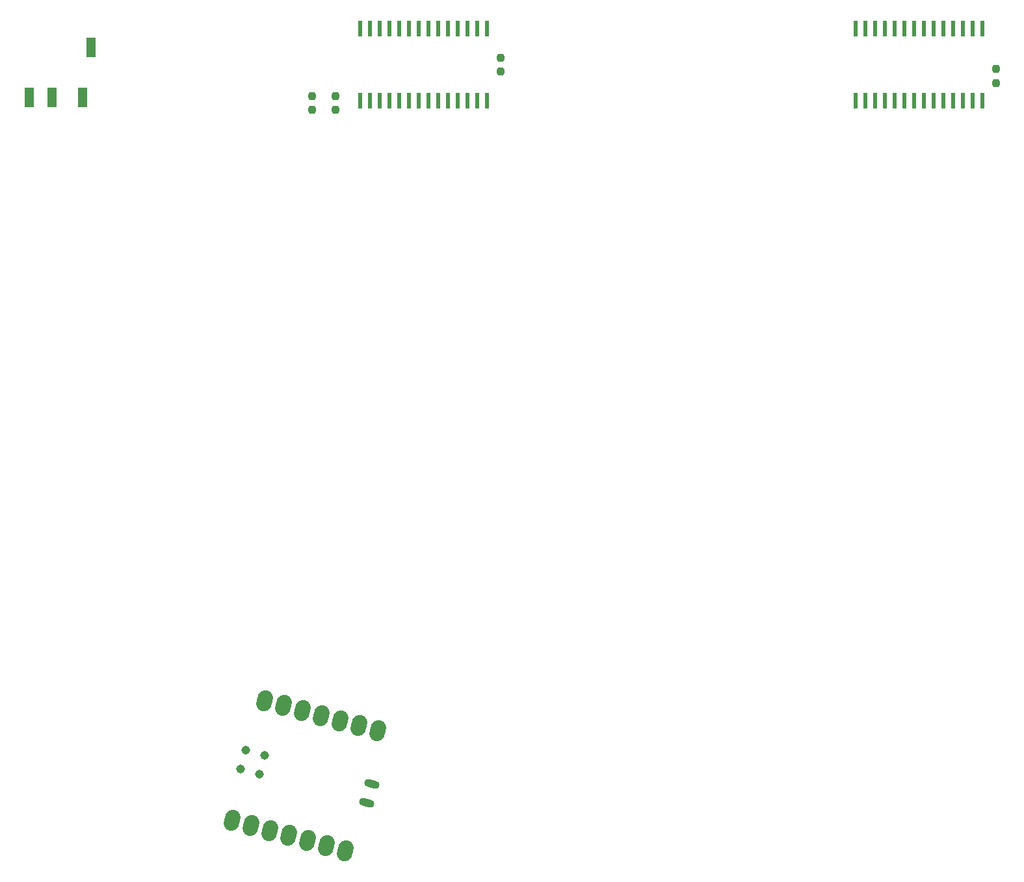
<source format=gbr>
%TF.GenerationSoftware,KiCad,Pcbnew,(6.0.11)*%
%TF.CreationDate,2023-06-02T23:59:17-07:00*%
%TF.ProjectId,MageV2,4d616765-5632-42e6-9b69-6361645f7063,rev?*%
%TF.SameCoordinates,Original*%
%TF.FileFunction,Paste,Bot*%
%TF.FilePolarity,Positive*%
%FSLAX46Y46*%
G04 Gerber Fmt 4.6, Leading zero omitted, Abs format (unit mm)*
G04 Created by KiCad (PCBNEW (6.0.11)) date 2023-06-02 23:59:17*
%MOMM*%
%LPD*%
G01*
G04 APERTURE LIST*
G04 Aperture macros list*
%AMRoundRect*
0 Rectangle with rounded corners*
0 $1 Rounding radius*
0 $2 $3 $4 $5 $6 $7 $8 $9 X,Y pos of 4 corners*
0 Add a 4 corners polygon primitive as box body*
4,1,4,$2,$3,$4,$5,$6,$7,$8,$9,$2,$3,0*
0 Add four circle primitives for the rounded corners*
1,1,$1+$1,$2,$3*
1,1,$1+$1,$4,$5*
1,1,$1+$1,$6,$7*
1,1,$1+$1,$8,$9*
0 Add four rect primitives between the rounded corners*
20,1,$1+$1,$2,$3,$4,$5,0*
20,1,$1+$1,$4,$5,$6,$7,0*
20,1,$1+$1,$6,$7,$8,$9,0*
20,1,$1+$1,$8,$9,$2,$3,0*%
%AMHorizOval*
0 Thick line with rounded ends*
0 $1 width*
0 $2 $3 position (X,Y) of the first rounded end (center of the circle)*
0 $4 $5 position (X,Y) of the second rounded end (center of the circle)*
0 Add line between two ends*
20,1,$1,$2,$3,$4,$5,0*
0 Add two circle primitives to create the rounded ends*
1,1,$1,$2,$3*
1,1,$1,$4,$5*%
G04 Aperture macros list end*
%ADD10R,0.600000X2.000000*%
%ADD11RoundRect,0.237500X0.237500X-0.250000X0.237500X0.250000X-0.237500X0.250000X-0.237500X-0.250000X0*%
%ADD12HorizOval,1.998980X-0.096967X-0.361884X0.096967X0.361884X0*%
%ADD13HorizOval,1.016000X-0.490690X0.131480X0.490690X-0.131480X0*%
%ADD14C,1.143000*%
%ADD15RoundRect,0.237500X-0.237500X0.250000X-0.237500X-0.250000X0.237500X-0.250000X0.237500X0.250000X0*%
%ADD16R,1.200000X2.500000*%
G04 APERTURE END LIST*
D10*
%TO.C,U4*%
X208255000Y-44700000D03*
X206985000Y-44700000D03*
X205715000Y-44700000D03*
X204445000Y-44700000D03*
X203175000Y-44700000D03*
X201905000Y-44700000D03*
X200635000Y-44700000D03*
X199365000Y-44700000D03*
X198095000Y-44700000D03*
X196825000Y-44700000D03*
X195555000Y-44700000D03*
X194285000Y-44700000D03*
X193015000Y-44700000D03*
X191745000Y-44700000D03*
X191745000Y-35300000D03*
X193015000Y-35300000D03*
X194285000Y-35300000D03*
X195555000Y-35300000D03*
X196825000Y-35300000D03*
X198095000Y-35300000D03*
X199365000Y-35300000D03*
X200635000Y-35300000D03*
X201905000Y-35300000D03*
X203175000Y-35300000D03*
X204445000Y-35300000D03*
X205715000Y-35300000D03*
X206985000Y-35300000D03*
X208255000Y-35300000D03*
%TD*%
D11*
%TO.C,R5*%
X124000000Y-45912500D03*
X124000000Y-44087500D03*
%TD*%
D10*
%TO.C,U5*%
X143755000Y-44700000D03*
X142485000Y-44700000D03*
X141215000Y-44700000D03*
X139945000Y-44700000D03*
X138675000Y-44700000D03*
X137405000Y-44700000D03*
X136135000Y-44700000D03*
X134865000Y-44700000D03*
X133595000Y-44700000D03*
X132325000Y-44700000D03*
X131055000Y-44700000D03*
X129785000Y-44700000D03*
X128515000Y-44700000D03*
X127245000Y-44700000D03*
X127245000Y-35300000D03*
X128515000Y-35300000D03*
X129785000Y-35300000D03*
X131055000Y-35300000D03*
X132325000Y-35300000D03*
X133595000Y-35300000D03*
X134865000Y-35300000D03*
X136135000Y-35300000D03*
X137405000Y-35300000D03*
X138675000Y-35300000D03*
X139945000Y-35300000D03*
X141215000Y-35300000D03*
X142485000Y-35300000D03*
X143755000Y-35300000D03*
%TD*%
D12*
%TO.C,U3*%
X114753424Y-122894638D03*
X117206876Y-123552039D03*
X119660328Y-124209439D03*
X122113779Y-124866839D03*
X124567231Y-125524240D03*
X127020682Y-126181640D03*
X129474134Y-126839041D03*
X125290438Y-142452806D03*
X122836986Y-141795406D03*
X120383535Y-141138006D03*
X117930083Y-140480605D03*
X115476632Y-139823205D03*
X113023180Y-139165805D03*
X110569728Y-138508404D03*
D13*
X128737949Y-133750898D03*
X128077960Y-136214008D03*
D14*
X112313475Y-129348734D03*
X111656075Y-131802186D03*
X114766927Y-130006134D03*
X114109527Y-132459586D03*
%TD*%
D11*
%TO.C,R6*%
X121000000Y-45912500D03*
X121000000Y-44087500D03*
%TD*%
D15*
%TO.C,R7*%
X210000000Y-40587500D03*
X210000000Y-42412500D03*
%TD*%
D16*
%TO.C,J2*%
X87095000Y-44250000D03*
X84095000Y-44250000D03*
X92195000Y-37750000D03*
X91095000Y-44250000D03*
%TD*%
D15*
%TO.C,R8*%
X145500000Y-39087500D03*
X145500000Y-40912500D03*
%TD*%
M02*

</source>
